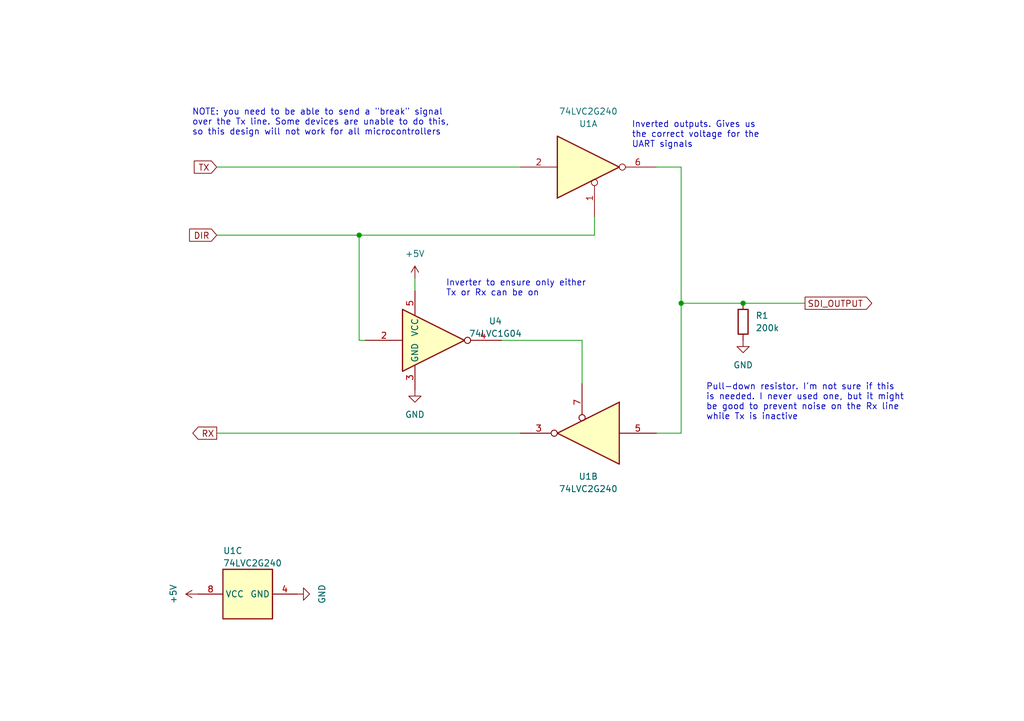
<source format=kicad_sch>
(kicad_sch (version 20230121) (generator eeschema)
  (paper "A5")
  (lib_symbols
    (symbol "74xGxx:74LVC1G04"
      (property "Reference" "U" (at 0 7.62 0))
      (property "Value" "74LVC1G04" (at 5.08 -7.62 0))
      (symbol "74LVC1G04_0_1"
        (polyline (pts (xy -7.62 6.35) (xy -7.62 -6.35) (xy 5.08 0) (xy -7.62 6.35)) (stroke (width 0.254)) (fill (type background)))
      )
      (symbol "74LVC1G04_1_1"
        (pin input line (at -15.24 0 0) (length 7.62) (name "~") (number "2"))
        (pin power_in line (at -5.08 -10.16 90) (length 5.08) (name "GND") (number "3"))
        (pin output inverted (at 12.7 0 180) (length 7.62) (name "~") (number "4"))
        (pin power_in line (at -5.08 10.16 270) (length 5.08) (name "VCC") (number "5"))
      )
    )
    (symbol "74xGxx:74LVC2G240"
      (property "Reference" "U" (at 2.54 5.08 0))
      (property "Value" "74LVC2G240" (at 5.08 -5.08 0))
      (symbol "74LVC2G240_1_1"
        (polyline (pts (xy -7.62 6.35) (xy -7.62 -6.35) (xy 5.08 0) (xy -7.62 6.35)) (stroke (width 0.254)) (fill (type background)))
        (pin input inverted (at 0 10.16 270) (length 7.62) (name "~") (number "1"))
        (pin input line (at -15.24 0 0) (length 7.62) (name "~") (number "2"))
        (pin tri_state inverted (at 12.7 0 180) (length 7.62) (name "~") (number "6"))
      )
      (symbol "74LVC2G240_2_1"
        (polyline (pts (xy -7.62 6.35) (xy -7.62 -6.35) (xy 5.08 0) (xy -7.62 6.35)) (stroke (width 0.254)) (fill (type background)))
        (pin tri_state inverted (at 12.7 0 180) (length 7.62) (name "~") (number "3"))
        (pin input line (at -15.24 0 0) (length 7.62) (name "~") (number "5"))
        (pin input inverted (at 0 10.16 270) (length 7.62) (name "~") (number "7"))
      )
      (symbol "74LVC2G240_3_0"
        (rectangle (start -5.08 -5.08) (end 5.08 5.08) (stroke (width 0.254)) (fill (type background)))
      )
      (symbol "74LVC2G240_3_1"
        (pin power_in line (at 0 -10.16 90) (length 5.08) (name "GND") (number "4"))
        (pin power_in line (at 0 10.16 270) (length 5.08) (name "VCC") (number "8"))
      )
    )
    (symbol "Device:R" (pin_numbers hide) (pin_names (offset 0))
      (property "Reference" "R" (at 2.032 0 90))
      (property "Value" "R" (at 0 0 90))
      (symbol "R_0_1"
        (rectangle (start -1.016 -2.54) (end 1.016 2.54) (stroke (width 0.254)))
      )
      (symbol "R_1_1"
        (pin passive line (at 0 3.81 270) (length 1.27) (name "~") (number "1"))
        (pin passive line (at 0 -3.81 90) (length 1.27) (name "~") (number "2"))
      )
    )
    (symbol "power:+5V" (power) (pin_names (offset 0))
      (property "Value" "+5V" (at 0 3.556 0))
      (symbol "+5V_0_1"
        (polyline (pts (xy -0.762 1.27) (xy 0 2.54)))
        (polyline (pts (xy 0 0) (xy 0 2.54)))
        (polyline (pts (xy 0 2.54) (xy 0.762 1.27)))
      )
      (symbol "+5V_1_1"
        (pin power_in line (at 0 0 90) (length 0) hide (name "+5V") (number "1"))
      )
    )
    (symbol "power:GND" (power) (pin_names (offset 0))
      (property "Value" "GND" (at 0 -3.81 0))
      (symbol "GND_0_1"
        (polyline (pts (xy 0 0) (xy 0 -1.27) (xy 1.27 -1.27) (xy 0 -2.54) (xy -1.27 -1.27) (xy 0 -1.27)))
      )
      (symbol "GND_1_1"
        (pin power_in line (at 0 0 270) (length 0) hide (name "GND") (number "1"))
      )
    )
  )
  (junction (at 139.7 62.23))
  (junction (at 152.4 62.23))
  (junction (at 73.66 48.26))
  (wire (pts (xy 139.7 62.23) (xy 152.4 62.23)))
  (wire (pts (xy 44.45 88.9) (xy 106.68 88.9)))
  (wire (pts (xy 139.7 88.9) (xy 134.62 88.9)))
  (wire (pts (xy 102.87 69.85) (xy 119.38 69.85)))
  (wire (pts (xy 119.38 69.85) (xy 119.38 78.74)))
  (wire (pts (xy 139.7 34.29) (xy 139.7 62.23)))
  (wire (pts (xy 152.4 62.23) (xy 165.1 62.23)))
  (wire (pts (xy 73.66 69.85) (xy 74.93 69.85)))
  (wire (pts (xy 121.92 48.26) (xy 121.92 44.45)))
  (wire (pts (xy 73.66 48.26) (xy 44.45 48.26)))
  (wire (pts (xy 134.62 34.29) (xy 139.7 34.29)))
  (wire (pts (xy 73.66 48.26) (xy 121.92 48.26)))
  (wire (pts (xy 44.45 34.29) (xy 106.68 34.29)))
  (wire (pts (xy 139.7 62.23) (xy 139.7 88.9)))
  (wire (pts (xy 85.09 59.69) (xy 85.09 57.15)))
  (wire (pts (xy 73.66 69.85) (xy 73.66 48.26)))
  (text "Inverted outputs. Gives us\nthe correct voltage for the\nUART signals" (at 129.54 30.48 0) (effects (font (size 1.27 1.27)) (justify left bottom)))
  (text "Inverter to ensure only either\nTx or Rx can be on" (at 91.44 60.96 0) (effects (font (size 1.27 1.27)) (justify left bottom)))
  (text "NOTE: you need to be able to send a \"break\" signal\nover the Tx line. Some devices are unable to do this,\nso this design will not work for all microcontrollers" (at 39.37 27.94 0) (effects (font (size 1.27 1.27)) (justify left bottom)))
  (text "Pull-down resistor. I'm not sure if this\nis needed. I never used one, but it might\nbe good to prevent noise on the Rx line\nwhile Tx is inactive" (at 144.78 86.36 0) (effects (font (size 1.27 1.27)) (justify left bottom)))
  (global_label "SDI_OUTPUT" (shape output) (at 165.1 62.23 0) (property "Intersheetrefs" "${INTERSHEET_REFS}" (effects hide)))
  (global_label "DIR" (shape input) (at 44.45 48.26 180) (property "Intersheetrefs" "${INTERSHEET_REFS}" (effects hide)))
  (global_label "TX" (shape input) (at 44.45 34.29 180) (property "Intersheetrefs" "${INTERSHEET_REFS}" (effects hide)))
  (global_label "RX" (shape output) (at 44.45 88.9 180) (property "Intersheetrefs" "${INTERSHEET_REFS}" (effects hide)))
  (symbol (lib_id "74xGxx:74LVC2G240") (at 119.38 88.9 0) (mirror y) (unit 2)
    (property "Reference" "U1" (at 120.65 97.79 0))
    (property "Value" "74LVC2G240" (at 120.65 100.33 0))
    (property "Datasheet" "http://www.ti.com/lit/sg/scyt129e/scyt129e.pdf" (effects hide))
  )
  (symbol (lib_id "power:+5V") (at 85.09 57.15 0) (unit 1)
    (property "Reference" "#PWR02" (effects hide))
    (property "Value" "+5V" (at 85.09 52.07 0))
  )
  (symbol (lib_id "power:GND") (at 152.4 69.85 0) (unit 1)
    (property "Reference" "#PWR05" (effects hide))
    (property "Value" "GND" (at 152.4 74.93 0))
  )
  (symbol (lib_id "power:GND") (at 60.96 121.92 90) (unit 1)
    (property "Reference" "#PWR03" (effects hide))
    (property "Value" "GND" (at 66.04 121.92 0))
  )
  (symbol (lib_id "power:GND") (at 85.09 80.01 0) (unit 1)
    (property "Reference" "#PWR01" (effects hide))
    (property "Value" "GND" (at 85.09 85.09 0))
  )
  (symbol (lib_id "74xGxx:74LVC2G240") (at 50.8 121.92 90) (unit 3)
    (property "Reference" "U1" (at 45.72 113.03 90) (effects (justify right)))
    (property "Value" "74LVC2G240" (at 45.72 115.57 90) (effects (justify right)))
    (property "Datasheet" "http://www.ti.com/lit/sg/scyt129e/scyt129e.pdf" (effects hide))
  )
  (symbol (lib_id "power:+5V") (at 40.64 121.92 90) (unit 1)
    (property "Reference" "#PWR04" (effects hide))
    (property "Value" "+5V" (at 35.56 121.92 0))
  )
  (symbol (lib_id "Device:R") (at 152.4 66.04 0) (unit 1)
    (property "Reference" "R1" (at 154.94 64.77 0) (effects (justify left)))
    (property "Value" "200k" (at 154.94 67.31 0) (effects (justify left)))
  )
  (symbol (lib_id "74xGxx:74LVC2G240") (at 121.92 34.29 0) (mirror x) (unit 1)
    (property "Reference" "U1" (at 120.65 25.4 0))
    (property "Value" "74LVC2G240" (at 120.65 22.86 0))
    (property "Datasheet" "http://www.ti.com/lit/sg/scyt129e/scyt129e.pdf" (effects hide))
  )
  (symbol (lib_id "74xGxx:74LVC1G04") (at 90.17 69.85 0) (unit 1)
    (property "Reference" "U4" (at 101.6 65.9131 0))
    (property "Value" "74LVC1G04" (at 101.6 68.4531 0))
    (property "Datasheet" "https://www.ti.com/lit/ds/symlink/sn74lvc1g04.pdf" (effects hide))
  )
)
</source>
